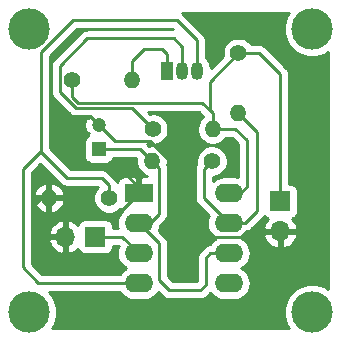
<source format=gbr>
%TF.GenerationSoftware,KiCad,Pcbnew,(5.1.12)-1*%
%TF.CreationDate,2023-08-26T20:03:58+05:30*%
%TF.ProjectId,rain alaram,7261696e-2061-46c6-9172-616d2e6b6963,rev?*%
%TF.SameCoordinates,Original*%
%TF.FileFunction,Copper,L2,Bot*%
%TF.FilePolarity,Positive*%
%FSLAX46Y46*%
G04 Gerber Fmt 4.6, Leading zero omitted, Abs format (unit mm)*
G04 Created by KiCad (PCBNEW (5.1.12)-1) date 2023-08-26 20:03:58*
%MOMM*%
%LPD*%
G01*
G04 APERTURE LIST*
%TA.AperFunction,ComponentPad*%
%ADD10C,1.400000*%
%TD*%
%TA.AperFunction,ComponentPad*%
%ADD11O,1.400000X1.400000*%
%TD*%
%TA.AperFunction,ComponentPad*%
%ADD12R,2.400000X1.600000*%
%TD*%
%TA.AperFunction,ComponentPad*%
%ADD13O,2.400000X1.600000*%
%TD*%
%TA.AperFunction,ComponentPad*%
%ADD14R,1.700000X1.700000*%
%TD*%
%TA.AperFunction,ComponentPad*%
%ADD15O,1.700000X1.700000*%
%TD*%
%TA.AperFunction,ComponentPad*%
%ADD16R,1.050000X1.500000*%
%TD*%
%TA.AperFunction,ComponentPad*%
%ADD17O,1.050000X1.500000*%
%TD*%
%TA.AperFunction,ComponentPad*%
%ADD18C,1.200000*%
%TD*%
%TA.AperFunction,ComponentPad*%
%ADD19R,1.200000X1.200000*%
%TD*%
%TA.AperFunction,ViaPad*%
%ADD20C,3.500000*%
%TD*%
%TA.AperFunction,Conductor*%
%ADD21C,0.250000*%
%TD*%
%TA.AperFunction,Conductor*%
%ADD22C,0.254000*%
%TD*%
%TA.AperFunction,Conductor*%
%ADD23C,0.100000*%
%TD*%
G04 APERTURE END LIST*
D10*
%TO.P,R1,1*%
%TO.N,Net-(9V1-Pad1)*%
X136750000Y-73080000D03*
D11*
%TO.P,R1,2*%
%TO.N,Net-(R1-Pad2)*%
X136750000Y-78160000D03*
%TD*%
D10*
%TO.P,R5,1*%
%TO.N,Net-(Q1-Pad3)*%
X125790000Y-85330000D03*
D11*
%TO.P,R5,2*%
%TO.N,Earth*%
X120710000Y-85330000D03*
%TD*%
D12*
%TO.P,U1,1*%
%TO.N,Earth*%
X128310000Y-84930000D03*
D13*
%TO.P,U1,5*%
%TO.N,Net-(U1-Pad5)*%
X135930000Y-92550000D03*
%TO.P,U1,2*%
%TO.N,Net-(C1-Pad1)*%
X128310000Y-87470000D03*
%TO.P,U1,6*%
X135930000Y-90010000D03*
%TO.P,U1,3*%
%TO.N,Net-(BZ1-Pad1)*%
X128310000Y-90010000D03*
%TO.P,U1,7*%
%TO.N,Net-(R1-Pad2)*%
X135930000Y-87470000D03*
%TO.P,U1,4*%
%TO.N,Net-(Q1-Pad3)*%
X128310000Y-92550000D03*
%TO.P,U1,8*%
%TO.N,Net-(9V1-Pad1)*%
X135930000Y-84930000D03*
%TD*%
D14*
%TO.P,BZ1,1*%
%TO.N,Net-(BZ1-Pad1)*%
X124640000Y-88610000D03*
D15*
%TO.P,BZ1,2*%
%TO.N,Earth*%
X122100000Y-88610000D03*
%TD*%
D16*
%TO.P,Q1,1*%
%TO.N,Net-(Q1-Pad1)*%
X130690000Y-74540000D03*
D17*
%TO.P,Q1,3*%
%TO.N,Net-(Q1-Pad3)*%
X133230000Y-74540000D03*
%TO.P,Q1,2*%
%TO.N,Net-(Q1-Pad2)*%
X131960000Y-74540000D03*
%TD*%
D14*
%TO.P,9V1,1*%
%TO.N,Net-(9V1-Pad1)*%
X140280000Y-85620000D03*
D15*
%TO.P,9V1,2*%
%TO.N,Earth*%
X140280000Y-88160000D03*
%TD*%
D11*
%TO.P,R2,2*%
%TO.N,Net-(C1-Pad1)*%
X129420000Y-82210000D03*
D10*
%TO.P,R2,1*%
%TO.N,Net-(R1-Pad2)*%
X134500000Y-82210000D03*
%TD*%
D11*
%TO.P,R4,2*%
%TO.N,Net-(9V1-Pad1)*%
X134570000Y-79500000D03*
D10*
%TO.P,R4,1*%
%TO.N,Net-(Q1-Pad2)*%
X129490000Y-79500000D03*
%TD*%
D11*
%TO.P,R3,2*%
%TO.N,Net-(Q1-Pad1)*%
X127740000Y-75310000D03*
D10*
%TO.P,R3,1*%
%TO.N,Net-(9V1-Pad1)*%
X122660000Y-75310000D03*
%TD*%
D18*
%TO.P,C1,2*%
%TO.N,Earth*%
X124930000Y-79190000D03*
D19*
%TO.P,C1,1*%
%TO.N,Net-(C1-Pad1)*%
X124930000Y-81190000D03*
%TD*%
D20*
%TO.N,*%
X119000000Y-71000000D03*
X143000000Y-71000000D03*
X143000000Y-95000000D03*
X119000000Y-95000000D03*
%TD*%
D21*
%TO.N,Earth*%
X120710000Y-85330000D02*
X120040000Y-85330000D01*
X120040000Y-85330000D02*
X119520000Y-85850000D01*
X119520000Y-85850000D02*
X119520000Y-88440000D01*
X119690000Y-88610000D02*
X122100000Y-88610000D01*
X119520000Y-88440000D02*
X119690000Y-88610000D01*
X122100000Y-88610000D02*
X122100000Y-87480000D01*
X122100000Y-87480000D02*
X122770000Y-86810000D01*
X126430000Y-86810000D02*
X128310000Y-84930000D01*
X122770000Y-86810000D02*
X126430000Y-86810000D01*
X128310000Y-84930000D02*
X128310000Y-84410000D01*
X128310000Y-84410000D02*
X126750000Y-82850000D01*
X126750000Y-82850000D02*
X123120000Y-82850000D01*
X123120000Y-82850000D02*
X121600000Y-81330000D01*
X121600000Y-81330000D02*
X121600000Y-79110000D01*
X121600000Y-79110000D02*
X122310000Y-78400000D01*
X124140000Y-78400000D02*
X124930000Y-79190000D01*
X122310000Y-78400000D02*
X124140000Y-78400000D01*
X126265001Y-80525001D02*
X124930000Y-79190000D01*
X131000000Y-82272998D02*
X129252003Y-80525001D01*
X131670000Y-88670000D02*
X131000000Y-88000000D01*
X137000000Y-88670000D02*
X131670000Y-88670000D01*
X131000000Y-88000000D02*
X131000000Y-82272998D01*
X137510000Y-88160000D02*
X137000000Y-88670000D01*
X129252003Y-80525001D02*
X126265001Y-80525001D01*
X140280000Y-88160000D02*
X137510000Y-88160000D01*
%TO.N,Net-(9V1-Pad1)*%
X122660000Y-75310000D02*
X122660000Y-76740000D01*
X122660000Y-76740000D02*
X123200000Y-77280000D01*
X123200000Y-77280000D02*
X133690000Y-77280000D01*
X134570000Y-78160000D02*
X134570000Y-79500000D01*
X134330000Y-75500000D02*
X136750000Y-73080000D01*
X134330000Y-77920000D02*
X134330000Y-75500000D01*
X133690000Y-77280000D02*
X134330000Y-77920000D01*
X134330000Y-77920000D02*
X134570000Y-78160000D01*
X138510000Y-73080000D02*
X136750000Y-73080000D01*
X140280000Y-74850000D02*
X138510000Y-73080000D01*
X140280000Y-85620000D02*
X140280000Y-74850000D01*
X137445001Y-80445001D02*
X136500000Y-79500000D01*
X137445001Y-84384999D02*
X137445001Y-80445001D01*
X136500000Y-79500000D02*
X134570000Y-79500000D01*
X136900000Y-84930000D02*
X137445001Y-84384999D01*
X135930000Y-84930000D02*
X136900000Y-84930000D01*
%TO.N,Net-(BZ1-Pad1)*%
X127900000Y-90420000D02*
X128310000Y-90010000D01*
X126910000Y-88610000D02*
X128310000Y-90010000D01*
X124640000Y-88610000D02*
X126910000Y-88610000D01*
%TO.N,Net-(C1-Pad1)*%
X128400000Y-81190000D02*
X129420000Y-82210000D01*
X124930000Y-81190000D02*
X128400000Y-81190000D01*
X130000000Y-82790000D02*
X129420000Y-82210000D01*
X130000000Y-86690000D02*
X130000000Y-82790000D01*
X129220000Y-87470000D02*
X130000000Y-86690000D01*
X128310000Y-87470000D02*
X129220000Y-87470000D01*
X130000000Y-89160000D02*
X128310000Y-87470000D01*
X130000000Y-92255000D02*
X130000000Y-89160000D01*
X130905000Y-93160000D02*
X130000000Y-92255000D01*
X133515000Y-93160000D02*
X130905000Y-93160000D01*
X134000000Y-92675000D02*
X133515000Y-93160000D01*
X134000000Y-90390000D02*
X134000000Y-92675000D01*
X134380000Y-90010000D02*
X134000000Y-90390000D01*
X135930000Y-90010000D02*
X134380000Y-90010000D01*
%TO.N,Net-(Q1-Pad1)*%
X127740000Y-75310000D02*
X127740000Y-73710000D01*
X127740000Y-73710000D02*
X128770000Y-72680000D01*
X128770000Y-72680000D02*
X130260000Y-72680000D01*
X130690000Y-73110000D02*
X130690000Y-74540000D01*
X130260000Y-72680000D02*
X130690000Y-73110000D01*
%TO.N,Net-(Q1-Pad3)*%
X128310000Y-92550000D02*
X128310000Y-92400000D01*
X125790000Y-85330000D02*
X125790000Y-84250000D01*
X125790000Y-84250000D02*
X125180000Y-83640000D01*
X125180000Y-83640000D02*
X122240000Y-83640000D01*
X122240000Y-83640000D02*
X120020000Y-81420000D01*
X120020000Y-81420000D02*
X120020000Y-73010000D01*
X120020000Y-73010000D02*
X122760000Y-70270000D01*
X122760000Y-70270000D02*
X131520000Y-70270000D01*
X133230000Y-71980000D02*
X133230000Y-74540000D01*
X131520000Y-70270000D02*
X133230000Y-71980000D01*
X119940000Y-81420000D02*
X118470000Y-82890000D01*
X120020000Y-81420000D02*
X119940000Y-81420000D01*
X118470000Y-82890000D02*
X118470000Y-91200000D01*
X119820000Y-92550000D02*
X128310000Y-92550000D01*
X118470000Y-91200000D02*
X119820000Y-92550000D01*
%TO.N,Net-(Q1-Pad2)*%
X121634999Y-76351409D02*
X121634999Y-74135001D01*
X123013599Y-77730009D02*
X121634999Y-76351409D01*
X127720010Y-77730010D02*
X123013599Y-77730009D01*
X129490000Y-79500000D02*
X127720010Y-77730010D01*
X121634999Y-74135001D02*
X123950000Y-71820000D01*
X123950000Y-71820000D02*
X131270000Y-71820000D01*
X131960000Y-72510000D02*
X131960000Y-74540000D01*
X131270000Y-71820000D02*
X131960000Y-72510000D01*
%TO.N,Net-(R1-Pad2)*%
X133800001Y-82909999D02*
X133800001Y-85340001D01*
X133800001Y-85340001D02*
X135930000Y-87470000D01*
X134500000Y-82210000D02*
X133800001Y-82909999D01*
X137280000Y-87470000D02*
X135930000Y-87470000D01*
X138310000Y-86440000D02*
X137280000Y-87470000D01*
X138310000Y-79720000D02*
X138310000Y-86440000D01*
X136750000Y-78160000D02*
X138310000Y-79720000D01*
%TD*%
D22*
%TO.N,Earth*%
X140886440Y-69870279D02*
X140706654Y-70304321D01*
X140615000Y-70765098D01*
X140615000Y-71234902D01*
X140706654Y-71695679D01*
X140886440Y-72129721D01*
X141147450Y-72520349D01*
X141479651Y-72852550D01*
X141870279Y-73113560D01*
X142304321Y-73293346D01*
X142765098Y-73385000D01*
X143234902Y-73385000D01*
X143695679Y-73293346D01*
X144129721Y-73113560D01*
X144340000Y-72973056D01*
X144340001Y-93026945D01*
X144129721Y-92886440D01*
X143695679Y-92706654D01*
X143234902Y-92615000D01*
X142765098Y-92615000D01*
X142304321Y-92706654D01*
X141870279Y-92886440D01*
X141479651Y-93147450D01*
X141147450Y-93479651D01*
X140886440Y-93870279D01*
X140706654Y-94304321D01*
X140615000Y-94765098D01*
X140615000Y-95234902D01*
X140706654Y-95695679D01*
X140886440Y-96129721D01*
X141026944Y-96340000D01*
X120973056Y-96340000D01*
X121113560Y-96129721D01*
X121293346Y-95695679D01*
X121385000Y-95234902D01*
X121385000Y-94765098D01*
X121293346Y-94304321D01*
X121113560Y-93870279D01*
X120852550Y-93479651D01*
X120682899Y-93310000D01*
X126689099Y-93310000D01*
X126711068Y-93351101D01*
X126890392Y-93569608D01*
X127108899Y-93748932D01*
X127358192Y-93882182D01*
X127628691Y-93964236D01*
X127839508Y-93985000D01*
X128780492Y-93985000D01*
X128991309Y-93964236D01*
X129261808Y-93882182D01*
X129511101Y-93748932D01*
X129729608Y-93569608D01*
X129908932Y-93351101D01*
X129948073Y-93277874D01*
X130341201Y-93671003D01*
X130364999Y-93700001D01*
X130480724Y-93794974D01*
X130612753Y-93865546D01*
X130756014Y-93909003D01*
X130867667Y-93920000D01*
X130867676Y-93920000D01*
X130904999Y-93923676D01*
X130942322Y-93920000D01*
X133477678Y-93920000D01*
X133515000Y-93923676D01*
X133552322Y-93920000D01*
X133552333Y-93920000D01*
X133663986Y-93909003D01*
X133807247Y-93865546D01*
X133939276Y-93794974D01*
X134055001Y-93700001D01*
X134078804Y-93670997D01*
X134361553Y-93388248D01*
X134510392Y-93569608D01*
X134728899Y-93748932D01*
X134978192Y-93882182D01*
X135248691Y-93964236D01*
X135459508Y-93985000D01*
X136400492Y-93985000D01*
X136611309Y-93964236D01*
X136881808Y-93882182D01*
X137131101Y-93748932D01*
X137349608Y-93569608D01*
X137528932Y-93351101D01*
X137662182Y-93101808D01*
X137744236Y-92831309D01*
X137771943Y-92550000D01*
X137744236Y-92268691D01*
X137662182Y-91998192D01*
X137528932Y-91748899D01*
X137349608Y-91530392D01*
X137131101Y-91351068D01*
X136998142Y-91280000D01*
X137131101Y-91208932D01*
X137349608Y-91029608D01*
X137528932Y-90811101D01*
X137662182Y-90561808D01*
X137744236Y-90291309D01*
X137771943Y-90010000D01*
X137744236Y-89728691D01*
X137662182Y-89458192D01*
X137528932Y-89208899D01*
X137349608Y-88990392D01*
X137131101Y-88811068D01*
X136998142Y-88740000D01*
X137131101Y-88668932D01*
X137316364Y-88516890D01*
X138838524Y-88516890D01*
X138883175Y-88664099D01*
X139008359Y-88926920D01*
X139182412Y-89160269D01*
X139398645Y-89355178D01*
X139648748Y-89504157D01*
X139923109Y-89601481D01*
X140153000Y-89480814D01*
X140153000Y-88287000D01*
X140407000Y-88287000D01*
X140407000Y-89480814D01*
X140636891Y-89601481D01*
X140911252Y-89504157D01*
X141161355Y-89355178D01*
X141377588Y-89160269D01*
X141551641Y-88926920D01*
X141676825Y-88664099D01*
X141721476Y-88516890D01*
X141600155Y-88287000D01*
X140407000Y-88287000D01*
X140153000Y-88287000D01*
X138959845Y-88287000D01*
X138838524Y-88516890D01*
X137316364Y-88516890D01*
X137349608Y-88489608D01*
X137528932Y-88271101D01*
X137583111Y-88169739D01*
X137704276Y-88104974D01*
X137820001Y-88010001D01*
X137843804Y-87980998D01*
X138821003Y-87003799D01*
X138850001Y-86980001D01*
X138898270Y-86921185D01*
X138938543Y-86872113D01*
X138978815Y-86921185D01*
X139075506Y-87000537D01*
X139185820Y-87059502D01*
X139266466Y-87083966D01*
X139182412Y-87159731D01*
X139008359Y-87393080D01*
X138883175Y-87655901D01*
X138838524Y-87803110D01*
X138959845Y-88033000D01*
X140153000Y-88033000D01*
X140153000Y-88013000D01*
X140407000Y-88013000D01*
X140407000Y-88033000D01*
X141600155Y-88033000D01*
X141721476Y-87803110D01*
X141676825Y-87655901D01*
X141551641Y-87393080D01*
X141377588Y-87159731D01*
X141293534Y-87083966D01*
X141374180Y-87059502D01*
X141484494Y-87000537D01*
X141581185Y-86921185D01*
X141660537Y-86824494D01*
X141719502Y-86714180D01*
X141755812Y-86594482D01*
X141768072Y-86470000D01*
X141768072Y-84770000D01*
X141755812Y-84645518D01*
X141719502Y-84525820D01*
X141660537Y-84415506D01*
X141581185Y-84318815D01*
X141484494Y-84239463D01*
X141374180Y-84180498D01*
X141254482Y-84144188D01*
X141130000Y-84131928D01*
X141040000Y-84131928D01*
X141040000Y-74887322D01*
X141043676Y-74849999D01*
X141040000Y-74812677D01*
X141040000Y-74812667D01*
X141029003Y-74701014D01*
X140985546Y-74557753D01*
X140979436Y-74546323D01*
X140914974Y-74425723D01*
X140843799Y-74338997D01*
X140820001Y-74309999D01*
X140791003Y-74286201D01*
X139073804Y-72569003D01*
X139050001Y-72539999D01*
X138934276Y-72445026D01*
X138802247Y-72374454D01*
X138658986Y-72330997D01*
X138547333Y-72320000D01*
X138547322Y-72320000D01*
X138510000Y-72316324D01*
X138472678Y-72320000D01*
X137847775Y-72320000D01*
X137786962Y-72228987D01*
X137601013Y-72043038D01*
X137382359Y-71896939D01*
X137139405Y-71796304D01*
X136881486Y-71745000D01*
X136618514Y-71745000D01*
X136360595Y-71796304D01*
X136117641Y-71896939D01*
X135898987Y-72043038D01*
X135713038Y-72228987D01*
X135566939Y-72447641D01*
X135466304Y-72690595D01*
X135415000Y-72948514D01*
X135415000Y-73211486D01*
X135436355Y-73318843D01*
X134390000Y-74365199D01*
X134390000Y-74258021D01*
X134373215Y-74087600D01*
X134306885Y-73868940D01*
X134199171Y-73667421D01*
X134054212Y-73490788D01*
X133990000Y-73438091D01*
X133990000Y-72017322D01*
X133993676Y-71979999D01*
X133990000Y-71942676D01*
X133990000Y-71942667D01*
X133979003Y-71831014D01*
X133935546Y-71687753D01*
X133864974Y-71555724D01*
X133770001Y-71439999D01*
X133741004Y-71416202D01*
X132083804Y-69759003D01*
X132060001Y-69729999D01*
X131974707Y-69660000D01*
X141026944Y-69660000D01*
X140886440Y-69870279D01*
%TA.AperFunction,Conductor*%
D23*
G36*
X140886440Y-69870279D02*
G01*
X140706654Y-70304321D01*
X140615000Y-70765098D01*
X140615000Y-71234902D01*
X140706654Y-71695679D01*
X140886440Y-72129721D01*
X141147450Y-72520349D01*
X141479651Y-72852550D01*
X141870279Y-73113560D01*
X142304321Y-73293346D01*
X142765098Y-73385000D01*
X143234902Y-73385000D01*
X143695679Y-73293346D01*
X144129721Y-73113560D01*
X144340000Y-72973056D01*
X144340001Y-93026945D01*
X144129721Y-92886440D01*
X143695679Y-92706654D01*
X143234902Y-92615000D01*
X142765098Y-92615000D01*
X142304321Y-92706654D01*
X141870279Y-92886440D01*
X141479651Y-93147450D01*
X141147450Y-93479651D01*
X140886440Y-93870279D01*
X140706654Y-94304321D01*
X140615000Y-94765098D01*
X140615000Y-95234902D01*
X140706654Y-95695679D01*
X140886440Y-96129721D01*
X141026944Y-96340000D01*
X120973056Y-96340000D01*
X121113560Y-96129721D01*
X121293346Y-95695679D01*
X121385000Y-95234902D01*
X121385000Y-94765098D01*
X121293346Y-94304321D01*
X121113560Y-93870279D01*
X120852550Y-93479651D01*
X120682899Y-93310000D01*
X126689099Y-93310000D01*
X126711068Y-93351101D01*
X126890392Y-93569608D01*
X127108899Y-93748932D01*
X127358192Y-93882182D01*
X127628691Y-93964236D01*
X127839508Y-93985000D01*
X128780492Y-93985000D01*
X128991309Y-93964236D01*
X129261808Y-93882182D01*
X129511101Y-93748932D01*
X129729608Y-93569608D01*
X129908932Y-93351101D01*
X129948073Y-93277874D01*
X130341201Y-93671003D01*
X130364999Y-93700001D01*
X130480724Y-93794974D01*
X130612753Y-93865546D01*
X130756014Y-93909003D01*
X130867667Y-93920000D01*
X130867676Y-93920000D01*
X130904999Y-93923676D01*
X130942322Y-93920000D01*
X133477678Y-93920000D01*
X133515000Y-93923676D01*
X133552322Y-93920000D01*
X133552333Y-93920000D01*
X133663986Y-93909003D01*
X133807247Y-93865546D01*
X133939276Y-93794974D01*
X134055001Y-93700001D01*
X134078804Y-93670997D01*
X134361553Y-93388248D01*
X134510392Y-93569608D01*
X134728899Y-93748932D01*
X134978192Y-93882182D01*
X135248691Y-93964236D01*
X135459508Y-93985000D01*
X136400492Y-93985000D01*
X136611309Y-93964236D01*
X136881808Y-93882182D01*
X137131101Y-93748932D01*
X137349608Y-93569608D01*
X137528932Y-93351101D01*
X137662182Y-93101808D01*
X137744236Y-92831309D01*
X137771943Y-92550000D01*
X137744236Y-92268691D01*
X137662182Y-91998192D01*
X137528932Y-91748899D01*
X137349608Y-91530392D01*
X137131101Y-91351068D01*
X136998142Y-91280000D01*
X137131101Y-91208932D01*
X137349608Y-91029608D01*
X137528932Y-90811101D01*
X137662182Y-90561808D01*
X137744236Y-90291309D01*
X137771943Y-90010000D01*
X137744236Y-89728691D01*
X137662182Y-89458192D01*
X137528932Y-89208899D01*
X137349608Y-88990392D01*
X137131101Y-88811068D01*
X136998142Y-88740000D01*
X137131101Y-88668932D01*
X137316364Y-88516890D01*
X138838524Y-88516890D01*
X138883175Y-88664099D01*
X139008359Y-88926920D01*
X139182412Y-89160269D01*
X139398645Y-89355178D01*
X139648748Y-89504157D01*
X139923109Y-89601481D01*
X140153000Y-89480814D01*
X140153000Y-88287000D01*
X140407000Y-88287000D01*
X140407000Y-89480814D01*
X140636891Y-89601481D01*
X140911252Y-89504157D01*
X141161355Y-89355178D01*
X141377588Y-89160269D01*
X141551641Y-88926920D01*
X141676825Y-88664099D01*
X141721476Y-88516890D01*
X141600155Y-88287000D01*
X140407000Y-88287000D01*
X140153000Y-88287000D01*
X138959845Y-88287000D01*
X138838524Y-88516890D01*
X137316364Y-88516890D01*
X137349608Y-88489608D01*
X137528932Y-88271101D01*
X137583111Y-88169739D01*
X137704276Y-88104974D01*
X137820001Y-88010001D01*
X137843804Y-87980998D01*
X138821003Y-87003799D01*
X138850001Y-86980001D01*
X138898270Y-86921185D01*
X138938543Y-86872113D01*
X138978815Y-86921185D01*
X139075506Y-87000537D01*
X139185820Y-87059502D01*
X139266466Y-87083966D01*
X139182412Y-87159731D01*
X139008359Y-87393080D01*
X138883175Y-87655901D01*
X138838524Y-87803110D01*
X138959845Y-88033000D01*
X140153000Y-88033000D01*
X140153000Y-88013000D01*
X140407000Y-88013000D01*
X140407000Y-88033000D01*
X141600155Y-88033000D01*
X141721476Y-87803110D01*
X141676825Y-87655901D01*
X141551641Y-87393080D01*
X141377588Y-87159731D01*
X141293534Y-87083966D01*
X141374180Y-87059502D01*
X141484494Y-87000537D01*
X141581185Y-86921185D01*
X141660537Y-86824494D01*
X141719502Y-86714180D01*
X141755812Y-86594482D01*
X141768072Y-86470000D01*
X141768072Y-84770000D01*
X141755812Y-84645518D01*
X141719502Y-84525820D01*
X141660537Y-84415506D01*
X141581185Y-84318815D01*
X141484494Y-84239463D01*
X141374180Y-84180498D01*
X141254482Y-84144188D01*
X141130000Y-84131928D01*
X141040000Y-84131928D01*
X141040000Y-74887322D01*
X141043676Y-74849999D01*
X141040000Y-74812677D01*
X141040000Y-74812667D01*
X141029003Y-74701014D01*
X140985546Y-74557753D01*
X140979436Y-74546323D01*
X140914974Y-74425723D01*
X140843799Y-74338997D01*
X140820001Y-74309999D01*
X140791003Y-74286201D01*
X139073804Y-72569003D01*
X139050001Y-72539999D01*
X138934276Y-72445026D01*
X138802247Y-72374454D01*
X138658986Y-72330997D01*
X138547333Y-72320000D01*
X138547322Y-72320000D01*
X138510000Y-72316324D01*
X138472678Y-72320000D01*
X137847775Y-72320000D01*
X137786962Y-72228987D01*
X137601013Y-72043038D01*
X137382359Y-71896939D01*
X137139405Y-71796304D01*
X136881486Y-71745000D01*
X136618514Y-71745000D01*
X136360595Y-71796304D01*
X136117641Y-71896939D01*
X135898987Y-72043038D01*
X135713038Y-72228987D01*
X135566939Y-72447641D01*
X135466304Y-72690595D01*
X135415000Y-72948514D01*
X135415000Y-73211486D01*
X135436355Y-73318843D01*
X134390000Y-74365199D01*
X134390000Y-74258021D01*
X134373215Y-74087600D01*
X134306885Y-73868940D01*
X134199171Y-73667421D01*
X134054212Y-73490788D01*
X133990000Y-73438091D01*
X133990000Y-72017322D01*
X133993676Y-71979999D01*
X133990000Y-71942676D01*
X133990000Y-71942667D01*
X133979003Y-71831014D01*
X133935546Y-71687753D01*
X133864974Y-71555724D01*
X133770001Y-71439999D01*
X133741004Y-71416202D01*
X132083804Y-69759003D01*
X132060001Y-69729999D01*
X131974707Y-69660000D01*
X141026944Y-69660000D01*
X140886440Y-69870279D01*
G37*
%TD.AperFunction*%
D22*
X133766200Y-78431002D02*
X133766460Y-78431318D01*
X133718987Y-78463038D01*
X133533038Y-78648987D01*
X133386939Y-78867641D01*
X133286304Y-79110595D01*
X133235000Y-79368514D01*
X133235000Y-79631486D01*
X133286304Y-79889405D01*
X133386939Y-80132359D01*
X133533038Y-80351013D01*
X133718987Y-80536962D01*
X133937641Y-80683061D01*
X134180595Y-80783696D01*
X134438514Y-80835000D01*
X134701486Y-80835000D01*
X134959405Y-80783696D01*
X135202359Y-80683061D01*
X135421013Y-80536962D01*
X135606962Y-80351013D01*
X135667775Y-80260000D01*
X136185199Y-80260000D01*
X136685002Y-80759804D01*
X136685001Y-83538118D01*
X136611309Y-83515764D01*
X136400492Y-83495000D01*
X135459508Y-83495000D01*
X135248691Y-83515764D01*
X134978192Y-83597818D01*
X134728899Y-83731068D01*
X134560001Y-83869679D01*
X134560001Y-83545000D01*
X134631486Y-83545000D01*
X134889405Y-83493696D01*
X135132359Y-83393061D01*
X135351013Y-83246962D01*
X135536962Y-83061013D01*
X135683061Y-82842359D01*
X135783696Y-82599405D01*
X135835000Y-82341486D01*
X135835000Y-82078514D01*
X135783696Y-81820595D01*
X135683061Y-81577641D01*
X135536962Y-81358987D01*
X135351013Y-81173038D01*
X135132359Y-81026939D01*
X134889405Y-80926304D01*
X134631486Y-80875000D01*
X134368514Y-80875000D01*
X134110595Y-80926304D01*
X133867641Y-81026939D01*
X133648987Y-81173038D01*
X133463038Y-81358987D01*
X133316939Y-81577641D01*
X133216304Y-81820595D01*
X133165000Y-82078514D01*
X133165000Y-82341486D01*
X133188099Y-82457610D01*
X133165027Y-82485723D01*
X133156195Y-82502247D01*
X133094455Y-82617753D01*
X133050998Y-82761014D01*
X133040001Y-82872667D01*
X133040001Y-82872677D01*
X133036325Y-82909999D01*
X133040001Y-82947322D01*
X133040002Y-85302669D01*
X133036325Y-85340001D01*
X133050999Y-85488986D01*
X133094455Y-85632247D01*
X133165027Y-85764277D01*
X133236202Y-85851003D01*
X133260001Y-85880002D01*
X133288999Y-85903800D01*
X134234592Y-86849394D01*
X134197818Y-86918192D01*
X134115764Y-87188691D01*
X134088057Y-87470000D01*
X134115764Y-87751309D01*
X134197818Y-88021808D01*
X134331068Y-88271101D01*
X134510392Y-88489608D01*
X134728899Y-88668932D01*
X134861858Y-88740000D01*
X134728899Y-88811068D01*
X134510392Y-88990392D01*
X134331068Y-89208899D01*
X134307234Y-89253490D01*
X134231014Y-89260997D01*
X134087753Y-89304454D01*
X133955724Y-89375026D01*
X133839999Y-89469999D01*
X133816196Y-89499003D01*
X133489003Y-89826196D01*
X133459999Y-89849999D01*
X133404871Y-89917174D01*
X133365026Y-89965724D01*
X133319190Y-90051476D01*
X133294454Y-90097754D01*
X133250997Y-90241015D01*
X133240000Y-90352668D01*
X133240000Y-90352678D01*
X133236324Y-90390000D01*
X133240000Y-90427323D01*
X133240001Y-92360198D01*
X133200199Y-92400000D01*
X131219802Y-92400000D01*
X130760000Y-91940199D01*
X130760000Y-89197323D01*
X130763676Y-89160000D01*
X130760000Y-89122677D01*
X130760000Y-89122667D01*
X130749003Y-89011014D01*
X130705546Y-88867753D01*
X130647408Y-88758986D01*
X130634974Y-88735723D01*
X130563799Y-88648997D01*
X130540001Y-88619999D01*
X130511003Y-88596201D01*
X130005408Y-88090607D01*
X130042182Y-88021808D01*
X130124236Y-87751309D01*
X130136335Y-87628466D01*
X130511004Y-87253798D01*
X130540001Y-87230001D01*
X130634974Y-87114276D01*
X130705546Y-86982247D01*
X130749003Y-86838986D01*
X130760000Y-86727333D01*
X130760000Y-86727332D01*
X130763677Y-86690000D01*
X130760000Y-86652667D01*
X130760000Y-82827323D01*
X130763676Y-82790000D01*
X130760000Y-82752677D01*
X130760000Y-82752667D01*
X130749003Y-82641014D01*
X130716641Y-82534328D01*
X130755000Y-82341486D01*
X130755000Y-82078514D01*
X130703696Y-81820595D01*
X130603061Y-81577641D01*
X130456962Y-81358987D01*
X130271013Y-81173038D01*
X130052359Y-81026939D01*
X129809405Y-80926304D01*
X129551486Y-80875000D01*
X129288514Y-80875000D01*
X129181156Y-80896355D01*
X129045800Y-80760999D01*
X129100595Y-80783696D01*
X129358514Y-80835000D01*
X129621486Y-80835000D01*
X129879405Y-80783696D01*
X130122359Y-80683061D01*
X130341013Y-80536962D01*
X130526962Y-80351013D01*
X130673061Y-80132359D01*
X130773696Y-79889405D01*
X130825000Y-79631486D01*
X130825000Y-79368514D01*
X130773696Y-79110595D01*
X130673061Y-78867641D01*
X130526962Y-78648987D01*
X130341013Y-78463038D01*
X130122359Y-78316939D01*
X129879405Y-78216304D01*
X129621486Y-78165000D01*
X129358514Y-78165000D01*
X129251157Y-78186355D01*
X129104801Y-78040000D01*
X133375199Y-78040000D01*
X133766200Y-78431002D01*
%TA.AperFunction,Conductor*%
D23*
G36*
X133766200Y-78431002D02*
G01*
X133766460Y-78431318D01*
X133718987Y-78463038D01*
X133533038Y-78648987D01*
X133386939Y-78867641D01*
X133286304Y-79110595D01*
X133235000Y-79368514D01*
X133235000Y-79631486D01*
X133286304Y-79889405D01*
X133386939Y-80132359D01*
X133533038Y-80351013D01*
X133718987Y-80536962D01*
X133937641Y-80683061D01*
X134180595Y-80783696D01*
X134438514Y-80835000D01*
X134701486Y-80835000D01*
X134959405Y-80783696D01*
X135202359Y-80683061D01*
X135421013Y-80536962D01*
X135606962Y-80351013D01*
X135667775Y-80260000D01*
X136185199Y-80260000D01*
X136685002Y-80759804D01*
X136685001Y-83538118D01*
X136611309Y-83515764D01*
X136400492Y-83495000D01*
X135459508Y-83495000D01*
X135248691Y-83515764D01*
X134978192Y-83597818D01*
X134728899Y-83731068D01*
X134560001Y-83869679D01*
X134560001Y-83545000D01*
X134631486Y-83545000D01*
X134889405Y-83493696D01*
X135132359Y-83393061D01*
X135351013Y-83246962D01*
X135536962Y-83061013D01*
X135683061Y-82842359D01*
X135783696Y-82599405D01*
X135835000Y-82341486D01*
X135835000Y-82078514D01*
X135783696Y-81820595D01*
X135683061Y-81577641D01*
X135536962Y-81358987D01*
X135351013Y-81173038D01*
X135132359Y-81026939D01*
X134889405Y-80926304D01*
X134631486Y-80875000D01*
X134368514Y-80875000D01*
X134110595Y-80926304D01*
X133867641Y-81026939D01*
X133648987Y-81173038D01*
X133463038Y-81358987D01*
X133316939Y-81577641D01*
X133216304Y-81820595D01*
X133165000Y-82078514D01*
X133165000Y-82341486D01*
X133188099Y-82457610D01*
X133165027Y-82485723D01*
X133156195Y-82502247D01*
X133094455Y-82617753D01*
X133050998Y-82761014D01*
X133040001Y-82872667D01*
X133040001Y-82872677D01*
X133036325Y-82909999D01*
X133040001Y-82947322D01*
X133040002Y-85302669D01*
X133036325Y-85340001D01*
X133050999Y-85488986D01*
X133094455Y-85632247D01*
X133165027Y-85764277D01*
X133236202Y-85851003D01*
X133260001Y-85880002D01*
X133288999Y-85903800D01*
X134234592Y-86849394D01*
X134197818Y-86918192D01*
X134115764Y-87188691D01*
X134088057Y-87470000D01*
X134115764Y-87751309D01*
X134197818Y-88021808D01*
X134331068Y-88271101D01*
X134510392Y-88489608D01*
X134728899Y-88668932D01*
X134861858Y-88740000D01*
X134728899Y-88811068D01*
X134510392Y-88990392D01*
X134331068Y-89208899D01*
X134307234Y-89253490D01*
X134231014Y-89260997D01*
X134087753Y-89304454D01*
X133955724Y-89375026D01*
X133839999Y-89469999D01*
X133816196Y-89499003D01*
X133489003Y-89826196D01*
X133459999Y-89849999D01*
X133404871Y-89917174D01*
X133365026Y-89965724D01*
X133319190Y-90051476D01*
X133294454Y-90097754D01*
X133250997Y-90241015D01*
X133240000Y-90352668D01*
X133240000Y-90352678D01*
X133236324Y-90390000D01*
X133240000Y-90427323D01*
X133240001Y-92360198D01*
X133200199Y-92400000D01*
X131219802Y-92400000D01*
X130760000Y-91940199D01*
X130760000Y-89197323D01*
X130763676Y-89160000D01*
X130760000Y-89122677D01*
X130760000Y-89122667D01*
X130749003Y-89011014D01*
X130705546Y-88867753D01*
X130647408Y-88758986D01*
X130634974Y-88735723D01*
X130563799Y-88648997D01*
X130540001Y-88619999D01*
X130511003Y-88596201D01*
X130005408Y-88090607D01*
X130042182Y-88021808D01*
X130124236Y-87751309D01*
X130136335Y-87628466D01*
X130511004Y-87253798D01*
X130540001Y-87230001D01*
X130634974Y-87114276D01*
X130705546Y-86982247D01*
X130749003Y-86838986D01*
X130760000Y-86727333D01*
X130760000Y-86727332D01*
X130763677Y-86690000D01*
X130760000Y-86652667D01*
X130760000Y-82827323D01*
X130763676Y-82790000D01*
X130760000Y-82752677D01*
X130760000Y-82752667D01*
X130749003Y-82641014D01*
X130716641Y-82534328D01*
X130755000Y-82341486D01*
X130755000Y-82078514D01*
X130703696Y-81820595D01*
X130603061Y-81577641D01*
X130456962Y-81358987D01*
X130271013Y-81173038D01*
X130052359Y-81026939D01*
X129809405Y-80926304D01*
X129551486Y-80875000D01*
X129288514Y-80875000D01*
X129181156Y-80896355D01*
X129045800Y-80760999D01*
X129100595Y-80783696D01*
X129358514Y-80835000D01*
X129621486Y-80835000D01*
X129879405Y-80783696D01*
X130122359Y-80683061D01*
X130341013Y-80536962D01*
X130526962Y-80351013D01*
X130673061Y-80132359D01*
X130773696Y-79889405D01*
X130825000Y-79631486D01*
X130825000Y-79368514D01*
X130773696Y-79110595D01*
X130673061Y-78867641D01*
X130526962Y-78648987D01*
X130341013Y-78463038D01*
X130122359Y-78316939D01*
X129879405Y-78216304D01*
X129621486Y-78165000D01*
X129358514Y-78165000D01*
X129251157Y-78186355D01*
X129104801Y-78040000D01*
X133375199Y-78040000D01*
X133766200Y-78431002D01*
G37*
%TD.AperFunction*%
D22*
X121676200Y-84151002D02*
X121699999Y-84180001D01*
X121728997Y-84203799D01*
X121815723Y-84274974D01*
X121947753Y-84345546D01*
X122091014Y-84389003D01*
X122202667Y-84400000D01*
X122202676Y-84400000D01*
X122239999Y-84403676D01*
X122277322Y-84400000D01*
X124832025Y-84400000D01*
X124753038Y-84478987D01*
X124606939Y-84697641D01*
X124506304Y-84940595D01*
X124455000Y-85198514D01*
X124455000Y-85461486D01*
X124506304Y-85719405D01*
X124606939Y-85962359D01*
X124753038Y-86181013D01*
X124938987Y-86366962D01*
X125157641Y-86513061D01*
X125400595Y-86613696D01*
X125658514Y-86665000D01*
X125921486Y-86665000D01*
X126179405Y-86613696D01*
X126422359Y-86513061D01*
X126641013Y-86366962D01*
X126751075Y-86256900D01*
X126755506Y-86260537D01*
X126865820Y-86319502D01*
X126985518Y-86355812D01*
X127003482Y-86357581D01*
X126890392Y-86450392D01*
X126711068Y-86668899D01*
X126577818Y-86918192D01*
X126495764Y-87188691D01*
X126468057Y-87470000D01*
X126495764Y-87751309D01*
X126525701Y-87850000D01*
X126128072Y-87850000D01*
X126128072Y-87760000D01*
X126115812Y-87635518D01*
X126079502Y-87515820D01*
X126020537Y-87405506D01*
X125941185Y-87308815D01*
X125844494Y-87229463D01*
X125734180Y-87170498D01*
X125614482Y-87134188D01*
X125490000Y-87121928D01*
X123790000Y-87121928D01*
X123665518Y-87134188D01*
X123545820Y-87170498D01*
X123435506Y-87229463D01*
X123338815Y-87308815D01*
X123259463Y-87405506D01*
X123200498Y-87515820D01*
X123176034Y-87596466D01*
X123100269Y-87512412D01*
X122866920Y-87338359D01*
X122604099Y-87213175D01*
X122456890Y-87168524D01*
X122227000Y-87289845D01*
X122227000Y-88483000D01*
X122247000Y-88483000D01*
X122247000Y-88737000D01*
X122227000Y-88737000D01*
X122227000Y-89930155D01*
X122456890Y-90051476D01*
X122604099Y-90006825D01*
X122866920Y-89881641D01*
X123100269Y-89707588D01*
X123176034Y-89623534D01*
X123200498Y-89704180D01*
X123259463Y-89814494D01*
X123338815Y-89911185D01*
X123435506Y-89990537D01*
X123545820Y-90049502D01*
X123665518Y-90085812D01*
X123790000Y-90098072D01*
X125490000Y-90098072D01*
X125614482Y-90085812D01*
X125734180Y-90049502D01*
X125844494Y-89990537D01*
X125941185Y-89911185D01*
X126020537Y-89814494D01*
X126079502Y-89704180D01*
X126115812Y-89584482D01*
X126128072Y-89460000D01*
X126128072Y-89370000D01*
X126595199Y-89370000D01*
X126614592Y-89389393D01*
X126577818Y-89458192D01*
X126495764Y-89728691D01*
X126468057Y-90010000D01*
X126495764Y-90291309D01*
X126577818Y-90561808D01*
X126711068Y-90811101D01*
X126890392Y-91029608D01*
X127108899Y-91208932D01*
X127241858Y-91280000D01*
X127108899Y-91351068D01*
X126890392Y-91530392D01*
X126711068Y-91748899D01*
X126689099Y-91790000D01*
X120134802Y-91790000D01*
X119230000Y-90885199D01*
X119230000Y-88966891D01*
X120658519Y-88966891D01*
X120755843Y-89241252D01*
X120904822Y-89491355D01*
X121099731Y-89707588D01*
X121333080Y-89881641D01*
X121595901Y-90006825D01*
X121743110Y-90051476D01*
X121973000Y-89930155D01*
X121973000Y-88737000D01*
X120779186Y-88737000D01*
X120658519Y-88966891D01*
X119230000Y-88966891D01*
X119230000Y-88253109D01*
X120658519Y-88253109D01*
X120779186Y-88483000D01*
X121973000Y-88483000D01*
X121973000Y-87289845D01*
X121743110Y-87168524D01*
X121595901Y-87213175D01*
X121333080Y-87338359D01*
X121099731Y-87512412D01*
X120904822Y-87728645D01*
X120755843Y-87978748D01*
X120658519Y-88253109D01*
X119230000Y-88253109D01*
X119230000Y-85663329D01*
X119417284Y-85663329D01*
X119449953Y-85771044D01*
X119560208Y-86008392D01*
X119714649Y-86219670D01*
X119907340Y-86396759D01*
X120130877Y-86532853D01*
X120376670Y-86622722D01*
X120583000Y-86500201D01*
X120583000Y-85457000D01*
X120837000Y-85457000D01*
X120837000Y-86500201D01*
X121043330Y-86622722D01*
X121289123Y-86532853D01*
X121512660Y-86396759D01*
X121705351Y-86219670D01*
X121859792Y-86008392D01*
X121970047Y-85771044D01*
X122002716Y-85663329D01*
X121879374Y-85457000D01*
X120837000Y-85457000D01*
X120583000Y-85457000D01*
X119540626Y-85457000D01*
X119417284Y-85663329D01*
X119230000Y-85663329D01*
X119230000Y-84996671D01*
X119417284Y-84996671D01*
X119540626Y-85203000D01*
X120583000Y-85203000D01*
X120583000Y-84159799D01*
X120837000Y-84159799D01*
X120837000Y-85203000D01*
X121879374Y-85203000D01*
X122002716Y-84996671D01*
X121970047Y-84888956D01*
X121859792Y-84651608D01*
X121705351Y-84440330D01*
X121512660Y-84263241D01*
X121289123Y-84127147D01*
X121043330Y-84037278D01*
X120837000Y-84159799D01*
X120583000Y-84159799D01*
X120376670Y-84037278D01*
X120130877Y-84127147D01*
X119907340Y-84263241D01*
X119714649Y-84440330D01*
X119560208Y-84651608D01*
X119449953Y-84888956D01*
X119417284Y-84996671D01*
X119230000Y-84996671D01*
X119230000Y-83204801D01*
X119980000Y-82454801D01*
X121676200Y-84151002D01*
%TA.AperFunction,Conductor*%
D23*
G36*
X121676200Y-84151002D02*
G01*
X121699999Y-84180001D01*
X121728997Y-84203799D01*
X121815723Y-84274974D01*
X121947753Y-84345546D01*
X122091014Y-84389003D01*
X122202667Y-84400000D01*
X122202676Y-84400000D01*
X122239999Y-84403676D01*
X122277322Y-84400000D01*
X124832025Y-84400000D01*
X124753038Y-84478987D01*
X124606939Y-84697641D01*
X124506304Y-84940595D01*
X124455000Y-85198514D01*
X124455000Y-85461486D01*
X124506304Y-85719405D01*
X124606939Y-85962359D01*
X124753038Y-86181013D01*
X124938987Y-86366962D01*
X125157641Y-86513061D01*
X125400595Y-86613696D01*
X125658514Y-86665000D01*
X125921486Y-86665000D01*
X126179405Y-86613696D01*
X126422359Y-86513061D01*
X126641013Y-86366962D01*
X126751075Y-86256900D01*
X126755506Y-86260537D01*
X126865820Y-86319502D01*
X126985518Y-86355812D01*
X127003482Y-86357581D01*
X126890392Y-86450392D01*
X126711068Y-86668899D01*
X126577818Y-86918192D01*
X126495764Y-87188691D01*
X126468057Y-87470000D01*
X126495764Y-87751309D01*
X126525701Y-87850000D01*
X126128072Y-87850000D01*
X126128072Y-87760000D01*
X126115812Y-87635518D01*
X126079502Y-87515820D01*
X126020537Y-87405506D01*
X125941185Y-87308815D01*
X125844494Y-87229463D01*
X125734180Y-87170498D01*
X125614482Y-87134188D01*
X125490000Y-87121928D01*
X123790000Y-87121928D01*
X123665518Y-87134188D01*
X123545820Y-87170498D01*
X123435506Y-87229463D01*
X123338815Y-87308815D01*
X123259463Y-87405506D01*
X123200498Y-87515820D01*
X123176034Y-87596466D01*
X123100269Y-87512412D01*
X122866920Y-87338359D01*
X122604099Y-87213175D01*
X122456890Y-87168524D01*
X122227000Y-87289845D01*
X122227000Y-88483000D01*
X122247000Y-88483000D01*
X122247000Y-88737000D01*
X122227000Y-88737000D01*
X122227000Y-89930155D01*
X122456890Y-90051476D01*
X122604099Y-90006825D01*
X122866920Y-89881641D01*
X123100269Y-89707588D01*
X123176034Y-89623534D01*
X123200498Y-89704180D01*
X123259463Y-89814494D01*
X123338815Y-89911185D01*
X123435506Y-89990537D01*
X123545820Y-90049502D01*
X123665518Y-90085812D01*
X123790000Y-90098072D01*
X125490000Y-90098072D01*
X125614482Y-90085812D01*
X125734180Y-90049502D01*
X125844494Y-89990537D01*
X125941185Y-89911185D01*
X126020537Y-89814494D01*
X126079502Y-89704180D01*
X126115812Y-89584482D01*
X126128072Y-89460000D01*
X126128072Y-89370000D01*
X126595199Y-89370000D01*
X126614592Y-89389393D01*
X126577818Y-89458192D01*
X126495764Y-89728691D01*
X126468057Y-90010000D01*
X126495764Y-90291309D01*
X126577818Y-90561808D01*
X126711068Y-90811101D01*
X126890392Y-91029608D01*
X127108899Y-91208932D01*
X127241858Y-91280000D01*
X127108899Y-91351068D01*
X126890392Y-91530392D01*
X126711068Y-91748899D01*
X126689099Y-91790000D01*
X120134802Y-91790000D01*
X119230000Y-90885199D01*
X119230000Y-88966891D01*
X120658519Y-88966891D01*
X120755843Y-89241252D01*
X120904822Y-89491355D01*
X121099731Y-89707588D01*
X121333080Y-89881641D01*
X121595901Y-90006825D01*
X121743110Y-90051476D01*
X121973000Y-89930155D01*
X121973000Y-88737000D01*
X120779186Y-88737000D01*
X120658519Y-88966891D01*
X119230000Y-88966891D01*
X119230000Y-88253109D01*
X120658519Y-88253109D01*
X120779186Y-88483000D01*
X121973000Y-88483000D01*
X121973000Y-87289845D01*
X121743110Y-87168524D01*
X121595901Y-87213175D01*
X121333080Y-87338359D01*
X121099731Y-87512412D01*
X120904822Y-87728645D01*
X120755843Y-87978748D01*
X120658519Y-88253109D01*
X119230000Y-88253109D01*
X119230000Y-85663329D01*
X119417284Y-85663329D01*
X119449953Y-85771044D01*
X119560208Y-86008392D01*
X119714649Y-86219670D01*
X119907340Y-86396759D01*
X120130877Y-86532853D01*
X120376670Y-86622722D01*
X120583000Y-86500201D01*
X120583000Y-85457000D01*
X120837000Y-85457000D01*
X120837000Y-86500201D01*
X121043330Y-86622722D01*
X121289123Y-86532853D01*
X121512660Y-86396759D01*
X121705351Y-86219670D01*
X121859792Y-86008392D01*
X121970047Y-85771044D01*
X122002716Y-85663329D01*
X121879374Y-85457000D01*
X120837000Y-85457000D01*
X120583000Y-85457000D01*
X119540626Y-85457000D01*
X119417284Y-85663329D01*
X119230000Y-85663329D01*
X119230000Y-84996671D01*
X119417284Y-84996671D01*
X119540626Y-85203000D01*
X120583000Y-85203000D01*
X120583000Y-84159799D01*
X120837000Y-84159799D01*
X120837000Y-85203000D01*
X121879374Y-85203000D01*
X122002716Y-84996671D01*
X121970047Y-84888956D01*
X121859792Y-84651608D01*
X121705351Y-84440330D01*
X121512660Y-84263241D01*
X121289123Y-84127147D01*
X121043330Y-84037278D01*
X120837000Y-84159799D01*
X120583000Y-84159799D01*
X120376670Y-84037278D01*
X120130877Y-84127147D01*
X119907340Y-84263241D01*
X119714649Y-84440330D01*
X119560208Y-84651608D01*
X119449953Y-84888956D01*
X119417284Y-84996671D01*
X119230000Y-84996671D01*
X119230000Y-83204801D01*
X119980000Y-82454801D01*
X121676200Y-84151002D01*
G37*
%TD.AperFunction*%
D22*
X131234973Y-71059774D02*
X131232678Y-71060000D01*
X123987323Y-71060000D01*
X123950000Y-71056324D01*
X123912677Y-71060000D01*
X123912667Y-71060000D01*
X123801014Y-71070997D01*
X123657753Y-71114454D01*
X123525724Y-71185026D01*
X123409999Y-71279999D01*
X123386201Y-71308997D01*
X121123997Y-73571202D01*
X121094999Y-73595000D01*
X121071201Y-73623998D01*
X121071200Y-73623999D01*
X121000025Y-73710725D01*
X120929453Y-73842755D01*
X120921510Y-73868941D01*
X120889339Y-73975000D01*
X120885997Y-73986016D01*
X120871323Y-74135001D01*
X120875000Y-74172333D01*
X120874999Y-76314086D01*
X120871323Y-76351409D01*
X120874999Y-76388731D01*
X120874999Y-76388741D01*
X120885996Y-76500394D01*
X120929453Y-76643655D01*
X121000025Y-76775685D01*
X121039870Y-76824235D01*
X121094998Y-76891410D01*
X121124002Y-76915213D01*
X122449804Y-78241016D01*
X122473598Y-78270009D01*
X122502591Y-78293803D01*
X122502596Y-78293808D01*
X122589323Y-78364983D01*
X122721352Y-78435555D01*
X122864613Y-78479011D01*
X123013599Y-78493685D01*
X123050931Y-78490008D01*
X124050401Y-78490009D01*
X124080234Y-78519842D01*
X123856652Y-78567148D01*
X123755763Y-78788516D01*
X123700000Y-79025313D01*
X123691505Y-79268438D01*
X123730605Y-79508549D01*
X123815798Y-79736418D01*
X123856652Y-79812852D01*
X124080234Y-79860158D01*
X123963128Y-79977264D01*
X124021006Y-80035142D01*
X123975506Y-80059463D01*
X123878815Y-80138815D01*
X123799463Y-80235506D01*
X123740498Y-80345820D01*
X123704188Y-80465518D01*
X123691928Y-80590000D01*
X123691928Y-81790000D01*
X123704188Y-81914482D01*
X123740498Y-82034180D01*
X123799463Y-82144494D01*
X123878815Y-82241185D01*
X123975506Y-82320537D01*
X124085820Y-82379502D01*
X124205518Y-82415812D01*
X124330000Y-82428072D01*
X125530000Y-82428072D01*
X125654482Y-82415812D01*
X125774180Y-82379502D01*
X125884494Y-82320537D01*
X125981185Y-82241185D01*
X126060537Y-82144494D01*
X126119502Y-82034180D01*
X126145038Y-81950000D01*
X128085199Y-81950000D01*
X128106355Y-81971156D01*
X128085000Y-82078514D01*
X128085000Y-82341486D01*
X128136304Y-82599405D01*
X128236939Y-82842359D01*
X128383038Y-83061013D01*
X128568987Y-83246962D01*
X128787641Y-83393061D01*
X129030219Y-83493540D01*
X128595750Y-83495000D01*
X128437000Y-83653750D01*
X128437000Y-84803000D01*
X128457000Y-84803000D01*
X128457000Y-85057000D01*
X128437000Y-85057000D01*
X128437000Y-85077000D01*
X128183000Y-85077000D01*
X128183000Y-85057000D01*
X128163000Y-85057000D01*
X128163000Y-84803000D01*
X128183000Y-84803000D01*
X128183000Y-83653750D01*
X128024250Y-83495000D01*
X127110000Y-83491928D01*
X126985518Y-83504188D01*
X126865820Y-83540498D01*
X126755506Y-83599463D01*
X126658815Y-83678815D01*
X126579463Y-83775506D01*
X126520498Y-83885820D01*
X126497112Y-83962914D01*
X126495546Y-83957753D01*
X126424974Y-83825724D01*
X126330001Y-83709999D01*
X126301002Y-83686200D01*
X125743803Y-83129002D01*
X125720001Y-83099999D01*
X125604276Y-83005026D01*
X125472247Y-82934454D01*
X125328986Y-82890997D01*
X125217333Y-82880000D01*
X125217322Y-82880000D01*
X125180000Y-82876324D01*
X125142678Y-82880000D01*
X122554802Y-82880000D01*
X120780000Y-81105199D01*
X120780000Y-73324801D01*
X123074802Y-71030000D01*
X131205199Y-71030000D01*
X131234973Y-71059774D01*
%TA.AperFunction,Conductor*%
D23*
G36*
X131234973Y-71059774D02*
G01*
X131232678Y-71060000D01*
X123987323Y-71060000D01*
X123950000Y-71056324D01*
X123912677Y-71060000D01*
X123912667Y-71060000D01*
X123801014Y-71070997D01*
X123657753Y-71114454D01*
X123525724Y-71185026D01*
X123409999Y-71279999D01*
X123386201Y-71308997D01*
X121123997Y-73571202D01*
X121094999Y-73595000D01*
X121071201Y-73623998D01*
X121071200Y-73623999D01*
X121000025Y-73710725D01*
X120929453Y-73842755D01*
X120921510Y-73868941D01*
X120889339Y-73975000D01*
X120885997Y-73986016D01*
X120871323Y-74135001D01*
X120875000Y-74172333D01*
X120874999Y-76314086D01*
X120871323Y-76351409D01*
X120874999Y-76388731D01*
X120874999Y-76388741D01*
X120885996Y-76500394D01*
X120929453Y-76643655D01*
X121000025Y-76775685D01*
X121039870Y-76824235D01*
X121094998Y-76891410D01*
X121124002Y-76915213D01*
X122449804Y-78241016D01*
X122473598Y-78270009D01*
X122502591Y-78293803D01*
X122502596Y-78293808D01*
X122589323Y-78364983D01*
X122721352Y-78435555D01*
X122864613Y-78479011D01*
X123013599Y-78493685D01*
X123050931Y-78490008D01*
X124050401Y-78490009D01*
X124080234Y-78519842D01*
X123856652Y-78567148D01*
X123755763Y-78788516D01*
X123700000Y-79025313D01*
X123691505Y-79268438D01*
X123730605Y-79508549D01*
X123815798Y-79736418D01*
X123856652Y-79812852D01*
X124080234Y-79860158D01*
X123963128Y-79977264D01*
X124021006Y-80035142D01*
X123975506Y-80059463D01*
X123878815Y-80138815D01*
X123799463Y-80235506D01*
X123740498Y-80345820D01*
X123704188Y-80465518D01*
X123691928Y-80590000D01*
X123691928Y-81790000D01*
X123704188Y-81914482D01*
X123740498Y-82034180D01*
X123799463Y-82144494D01*
X123878815Y-82241185D01*
X123975506Y-82320537D01*
X124085820Y-82379502D01*
X124205518Y-82415812D01*
X124330000Y-82428072D01*
X125530000Y-82428072D01*
X125654482Y-82415812D01*
X125774180Y-82379502D01*
X125884494Y-82320537D01*
X125981185Y-82241185D01*
X126060537Y-82144494D01*
X126119502Y-82034180D01*
X126145038Y-81950000D01*
X128085199Y-81950000D01*
X128106355Y-81971156D01*
X128085000Y-82078514D01*
X128085000Y-82341486D01*
X128136304Y-82599405D01*
X128236939Y-82842359D01*
X128383038Y-83061013D01*
X128568987Y-83246962D01*
X128787641Y-83393061D01*
X129030219Y-83493540D01*
X128595750Y-83495000D01*
X128437000Y-83653750D01*
X128437000Y-84803000D01*
X128457000Y-84803000D01*
X128457000Y-85057000D01*
X128437000Y-85057000D01*
X128437000Y-85077000D01*
X128183000Y-85077000D01*
X128183000Y-85057000D01*
X128163000Y-85057000D01*
X128163000Y-84803000D01*
X128183000Y-84803000D01*
X128183000Y-83653750D01*
X128024250Y-83495000D01*
X127110000Y-83491928D01*
X126985518Y-83504188D01*
X126865820Y-83540498D01*
X126755506Y-83599463D01*
X126658815Y-83678815D01*
X126579463Y-83775506D01*
X126520498Y-83885820D01*
X126497112Y-83962914D01*
X126495546Y-83957753D01*
X126424974Y-83825724D01*
X126330001Y-83709999D01*
X126301002Y-83686200D01*
X125743803Y-83129002D01*
X125720001Y-83099999D01*
X125604276Y-83005026D01*
X125472247Y-82934454D01*
X125328986Y-82890997D01*
X125217333Y-82880000D01*
X125217322Y-82880000D01*
X125180000Y-82876324D01*
X125142678Y-82880000D01*
X122554802Y-82880000D01*
X120780000Y-81105199D01*
X120780000Y-73324801D01*
X123074802Y-71030000D01*
X131205199Y-71030000D01*
X131234973Y-71059774D01*
G37*
%TD.AperFunction*%
D22*
X125123748Y-79175858D02*
X125109605Y-79190000D01*
X125123748Y-79204143D01*
X124944143Y-79383748D01*
X124930000Y-79369605D01*
X124915858Y-79383748D01*
X124736253Y-79204143D01*
X124750395Y-79190000D01*
X124736253Y-79175858D01*
X124915858Y-78996253D01*
X124930000Y-79010395D01*
X124944143Y-78996253D01*
X125123748Y-79175858D01*
%TA.AperFunction,Conductor*%
D23*
G36*
X125123748Y-79175858D02*
G01*
X125109605Y-79190000D01*
X125123748Y-79204143D01*
X124944143Y-79383748D01*
X124930000Y-79369605D01*
X124915858Y-79383748D01*
X124736253Y-79204143D01*
X124750395Y-79190000D01*
X124736253Y-79175858D01*
X124915858Y-78996253D01*
X124930000Y-79010395D01*
X124944143Y-78996253D01*
X125123748Y-79175858D01*
G37*
%TD.AperFunction*%
%TD*%
M02*

</source>
